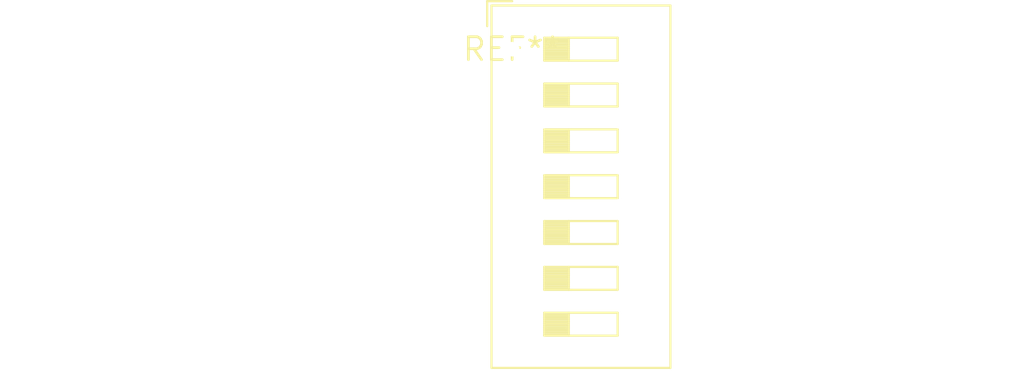
<source format=kicad_pcb>
(kicad_pcb (version 20240108) (generator pcbnew)
  (layers (0 "F.Cu" signal) (31 "B.Cu" signal) (34 "B.Paste" user) (35 "F.Paste" user) (36 "B.SilkS" user "B.Silkscreen") (37 "F.SilkS" user "F.Silkscreen") (38 "B.Mask" user) (39 "F.Mask" user) (44 "Edge.Cuts" user))
  (net 0 "")
  (footprint "SW_DIP_SPSTx07_Slide_9.78x19.96mm_W7.62mm_P2.54mm" (layer "F.Cu") (at 0 0)
    (property "Reference" "REF**")
    (property "Value" "SW_DIP_SPSTx07_Slide_9.78x19.96mm_W7.62mm_P2.54mm")
    (fp_line (start -1.38 -2.66) (end -1.38 -1.277) (layer "F.SilkS") (stroke (width 0.12)))
    (fp_line (start -1.38 -2.66) (end 0.004 -2.66) (layer "F.SilkS") (stroke (width 0.12)))
    (fp_line (start -1.14 -2.42) (end -1.14 17.661) (layer "F.SilkS") (stroke (width 0.12)))
    (fp_line (start -1.14 -2.42) (end 8.76 -2.42) (layer "F.SilkS") (stroke (width 0.12)))
    (fp_line (start -1.14 17.661) (end 8.76 17.661) (layer "F.SilkS") (stroke (width 0.12)))
    (fp_line (start 1.78 -0.635) (end 1.78 0.635) (layer "F.SilkS") (stroke (width 0.12)))
    (fp_line (start 1.78 -0.515) (end 3.133333 -0.515) (layer "F.SilkS") (stroke (width 0.12)))
    (fp_line (start 1.78 -0.395) (end 3.133333 -0.395) (layer "F.SilkS") (stroke (width 0.12)))
    (fp_line (start 1.78 -0.275) (end 3.133333 -0.275) (layer "F.SilkS") (stroke (width 0.12)))
    (fp_line (start 1.78 -0.155) (end 3.133333 -0.155) (layer "F.SilkS") (stroke (width 0.12)))
    (fp_line (start 1.78 -0.035) (end 3.133333 -0.035) (layer "F.SilkS") (stroke (width 0.12)))
    (fp_line (start 1.78 0.085) (end 3.133333 0.085) (layer "F.SilkS") (stroke (width 0.12)))
    (fp_line (start 1.78 0.205) (end 3.133333 0.205) (layer "F.SilkS") (stroke (width 0.12)))
    (fp_line (start 1.78 0.325) (end 3.133333 0.325) (layer "F.SilkS") (stroke (width 0.12)))
    (fp_line (start 1.78 0.445) (end 3.133333 0.445) (layer "F.SilkS") (stroke (width 0.12)))
    (fp_line (start 1.78 0.565) (end 3.133333 0.565) (layer "F.SilkS") (stroke (width 0.12)))
    (fp_line (start 1.78 0.635) (end 5.84 0.635) (layer "F.SilkS") (stroke (width 0.12)))
    (fp_line (start 1.78 1.905) (end 1.78 3.175) (layer "F.SilkS") (stroke (width 0.12)))
    (fp_line (start 1.78 2.025) (end 3.133333 2.025) (layer "F.SilkS") (stroke (width 0.12)))
    (fp_line (start 1.78 2.145) (end 3.133333 2.145) (layer "F.SilkS") (stroke (width 0.12)))
    (fp_line (start 1.78 2.265) (end 3.133333 2.265) (layer "F.SilkS") (stroke (width 0.12)))
    (fp_line (start 1.78 2.385) (end 3.133333 2.385) (layer "F.SilkS") (stroke (width 0.12)))
    (fp_line (start 1.78 2.505) (end 3.133333 2.505) (layer "F.SilkS") (stroke (width 0.12)))
    (fp_line (start 1.78 2.625) (end 3.133333 2.625) (layer "F.SilkS") (stroke (width 0.12)))
    (fp_line (start 1.78 2.745) (end 3.133333 2.745) (layer "F.SilkS") (stroke (width 0.12)))
    (fp_line (start 1.78 2.865) (end 3.133333 2.865) (layer "F.SilkS") (stroke (width 0.12)))
    (fp_line (start 1.78 2.985) (end 3.133333 2.985) (layer "F.SilkS") (stroke (width 0.12)))
    (fp_line (start 1.78 3.105) (end 3.133333 3.105) (layer "F.SilkS") (stroke (width 0.12)))
    (fp_line (start 1.78 3.175) (end 5.84 3.175) (layer "F.SilkS") (stroke (width 0.12)))
    (fp_line (start 1.78 4.445) (end 1.78 5.715) (layer "F.SilkS") (stroke (width 0.12)))
    (fp_line (start 1.78 4.565) (end 3.133333 4.565) (layer "F.SilkS") (stroke (width 0.12)))
    (fp_line (start 1.78 4.685) (end 3.133333 4.685) (layer "F.SilkS") (stroke (width 0.12)))
    (fp_line (start 1.78 4.805) (end 3.133333 4.805) (layer "F.SilkS") (stroke (width 0.12)))
    (fp_line (start 1.78 4.925) (end 3.133333 4.925) (layer "F.SilkS") (stroke (width 0.12)))
    (fp_line (start 1.78 5.045) (end 3.133333 5.045) (layer "F.SilkS") (stroke (width 0.12)))
    (fp_line (start 1.78 5.165) (end 3.133333 5.165) (layer "F.SilkS") (stroke (width 0.12)))
    (fp_line (start 1.78 5.285) (end 3.133333 5.285) (layer "F.SilkS") (stroke (width 0.12)))
    (fp_line (start 1.78 5.405) (end 3.133333 5.405) (layer "F.SilkS") (stroke (width 0.12)))
    (fp_line (start 1.78 5.525) (end 3.133333 5.525) (layer "F.SilkS") (stroke (width 0.12)))
    (fp_line (start 1.78 5.645) (end 3.133333 5.645) (layer "F.SilkS") (stroke (width 0.12)))
    (fp_line (start 1.78 5.715) (end 5.84 5.715) (layer "F.SilkS") (stroke (width 0.12)))
    (fp_line (start 1.78 6.985) (end 1.78 8.255) (layer "F.SilkS") (stroke (width 0.12)))
    (fp_line (start 1.78 7.105) (end 3.133333 7.105) (layer "F.SilkS") (stroke (width 0.12)))
    (fp_line (start 1.78 7.225) (end 3.133333 7.225) (layer "F.SilkS") (stroke (width 0.12)))
    (fp_line (start 1.78 7.345) (end 3.133333 7.345) (layer "F.SilkS") (stroke (width 0.12)))
    (fp_line (start 1.78 7.465) (end 3.133333 7.465) (layer "F.SilkS") (stroke (width 0.12)))
    (fp_line (start 1.78 7.585) (end 3.133333 7.585) (layer "F.SilkS") (stroke (width 0.12)))
    (fp_line (start 1.78 7.705) (end 3.133333 7.705) (layer "F.SilkS") (stroke (width 0.12)))
    (fp_line (start 1.78 7.825) (end 3.133333 7.825) (layer "F.SilkS") (stroke (width 0.12)))
    (fp_line (start 1.78 7.945) (end 3.133333 7.945) (layer "F.SilkS") (stroke (width 0.12)))
    (fp_line (start 1.78 8.065) (end 3.133333 8.065) (layer "F.SilkS") (stroke (width 0.12)))
    (fp_line (start 1.78 8.185) (end 3.133333 8.185) (layer "F.SilkS") (stroke (width 0.12)))
    (fp_line (start 1.78 8.255) (end 5.84 8.255) (layer "F.SilkS") (stroke (width 0.12)))
    (fp_line (start 1.78 9.525) (end 1.78 10.795) (layer "F.SilkS") (stroke (width 0.12)))
    (fp_line (start 1.78 9.645) (end 3.133333 9.645) (layer "F.SilkS") (stroke (width 0.12)))
    (fp_line (start 1.78 9.765) (end 3.133333 9.765) (layer "F.SilkS") (stroke (width 0.12)))
    (fp_line (start 1.78 9.885) (end 3.133333 9.885) (layer "F.SilkS") (stroke (width 0.12)))
    (fp_line (start 1.78 10.005) (end 3.133333 10.005) (layer "F.SilkS") (stroke (width 0.12)))
    (fp_line (start 1.78 10.125) (end 3.133333 10.125) (layer "F.SilkS") (stroke (width 0.12)))
    (fp_line (start 1.78 10.245) (end 3.133333 10.245) (layer "F.SilkS") (stroke (width 0.12)))
    (fp_line (start 1.78 10.365) (end 3.133333 10.365) (layer "F.SilkS") (stroke (width 0.12)))
    (fp_line (start 1.78 10.485) (end 3.133333 10.485) (layer "F.SilkS") (stroke (width 0.12)))
    (fp_line (start 1.78 10.605) (end 3.133333 10.605) (layer "F.SilkS") (stroke (width 0.12)))
    (fp_line (start 1.78 10.725) (end 3.133333 10.725) (layer "F.SilkS") (stroke (width 0.12)))
    (fp_line (start 1.78 10.795) (end 5.84 10.795) (layer "F.SilkS") (stroke (width 0.12)))
    (fp_line (start 1.78 12.065) (end 1.78 13.335) (layer "F.SilkS") (stroke (width 0.12)))
    (fp_line (start 1.78 12.185) (end 3.133333 12.185) (layer "F.SilkS") (stroke (width 0.12)))
    (fp_line (start 1.78 12.305) (end 3.133333 12.305) (layer "F.SilkS") (stroke (width 0.12)))
    (fp_line (start 1.78 12.425) (end 3.133333 12.425) (layer "F.SilkS") (stroke (width 0.12)))
    (fp_line (start 1.78 12.545) (end 3.133333 12.545) (layer "F.SilkS") (stroke (width 0.12)))
    (fp_line (start 1.78 12.665) (end 3.133333 12.665) (layer "F.SilkS") (stroke (width 0.12)))
    (fp_line (start 1.78 12.785) (end 3.133333 12.785) (layer "F.SilkS") (stroke (width 0.12)))
    (fp_line (start 1.78 12.905) (end 3.133333 12.905) (layer "F.SilkS") (stroke (width 0.12)))
    (fp_line (start 1.78 13.025) (end 3.133333 13.025) (layer "F.SilkS") (stroke (width 0.12)))
    (fp_line (start 1.78 13.145) (end 3.133333 13.145) (layer "F.SilkS") (stroke (width 0.12)))
    (fp_line (start 1.78 13.265) (end 3.133333 13.265) (layer "F.SilkS") (stroke (width 0.12)))
    (fp_line (start 1.78 13.335) (end 5.84 13.335) (layer "F.SilkS") (stroke (width 0.12)))
    (fp_line (start 1.78 14.605) (end 1.78 15.875) (layer "F.SilkS") (stroke (width 0.12)))
    (fp_line (start 1.78 14.725) (end 3.133333 14.725) (layer "F.SilkS") (stroke (width 0.12)))
    (fp_line (start 1.78 14.845) (end 3.133333 14.845) (layer "F.SilkS") (stroke (width 0.12)))
    (fp_line (start 1.78 14.965) (end 3.133333 14.965) (layer "F.SilkS") (stroke (width 0.12)))
    (fp_line (start 1.78 15.085) (end 3.133333 15.085) (layer "F.SilkS") (stroke (width 0.12)))
    (fp_line (start 1.78 15.205) (end 3.133333 15.205) (layer "F.SilkS") (stroke (width 0.12)))
    (fp_line (start 1.78 15.325) (end 3.133333 15.325) (layer "F.SilkS") (stroke (width 0.12)))
    (fp_line (start 1.78 15.445) (end 3.133333 15.445) (layer "F.SilkS") (stroke (width 0.12)))
    (fp_line (start 1.78 15.565) (end 3.133333 15.565) (layer "F.SilkS") (stroke (width 0.12)))
    (fp_line (start 1.78 15.685) (end 3.133333 15.685) (layer "F.SilkS") (stroke (width 0.12)))
    (fp_line (start 1.78 15.805) (end 3.133333 15.805) (layer "F.SilkS") (stroke (width 0.12)))
    (fp_line (start 1.78 15.875) (end 5.84 15.875) (layer "F.SilkS") (stroke (width 0.12)))
    (fp_line (start 3.133333 -0.635) (end 3.133333 0.635) (layer "F.SilkS") (stroke (width 0.12)))
    (fp_line (start 3.133333 1.905) (end 3.133333 3.175) (layer "F.SilkS") (stroke (width 0.12)))
    (fp_line (start 3.133333 4.445) (end 3.133333 5.715) (layer "F.SilkS") (stroke (width 0.12)))
    (fp_line (start 3.133333 6.985) (end 3.133333 8.255) (layer "F.SilkS") (stroke (width 0.12)))
    (fp_line (start 3.133333 9.525) (end 3.133333 10.795) (layer "F.SilkS") (stroke (width 0.12)))
    (fp_line (start 3.133333 12.065) (end 3.133333 13.335) (layer "F.SilkS") (stroke (width 0.12)))
    (fp_line (start 3.133333 14.605) (end 3.133333 15.875) (layer "F.SilkS") (stroke (width 0.12)))
    (fp_line (start 5.84 -0.635) (end 1.78 -0.635) (layer "F.SilkS") (stroke (width 0.12)))
    (fp_line (start 5.84 0.635) (end 5.84 -0.635) (layer "F.SilkS") (stroke (width 0.12)))
    (fp_line (start 5.84 1.905) (end 1.78 1.905) (layer "F.SilkS") (stroke (width 0.12)))
    (fp_line (start 5.84 3.175) (end 5.84 1.905) (layer "F.SilkS") (stroke (width 0.12)))
    (fp_line (start 5.84 4.445) (end 1.78 4.445) (layer "F.SilkS") (stroke (width 0.12)))
    (fp_line (start 5.84 5.715) (end 5.84 4.445) (layer "F.SilkS") (stroke (width 0.12)))
    (fp_line (start 5.84 6.985) (end 1.78 6.985) (layer "F.SilkS") (stroke (width 0.12)))
    (fp_line (start 5.84 8.255) (end 5.84 6.985) (layer "F.SilkS") (stroke (width 0.12)))
    (fp_line (start 5.84 9.525) (end 1.78 9.525) (layer "F.SilkS") (stroke (width 0.12)))
    (fp_line (start 5.84 10.795) (end 5.84 9.525) (layer "F.SilkS") (stroke (width 0.12)))
    (fp_line (start 5.84 12.065) (end 1.78 12.065) (layer "F.SilkS") (stroke (width 0.12)))
    (fp_line (start 5.84 13.335) (end 5.84 12.065) (layer "F.SilkS") (stroke (width 0.12)))
    (fp_line (start 5.84 14.605) (end 1.78 14.605) (layer "F.SilkS") (stroke (width 0.12)))
    (fp_line (start 5.84 15.875) (end 5.84 14.605) (layer "F.SilkS") (stroke (width 0.12)))
    (fp_line (start 8.76 -2.42) (end 8.76 17.661) (layer "F.SilkS") (stroke (width 0.12)))
    (pad "1" thru_hole rect (at 0 0) (size 1.6 1.6) (drill 0.8) (layers *.Cu *.Mask) (remove_unused_layers))
    (pad "2" thru_hole oval (at 0 2.54) (size 1.6 1.6) (drill 0.8) (layers *.Cu *.Mask) (remove_unused_layers))
    (pad "3" thru_hole oval (at 0 5.08) (size 1.6 1.6) (drill 0.8) (layers *.Cu *.Mask) (remove_unused_layers))
    (pad "4" thru_hole oval (at 0 7.62) (size 1.6 1.6) (drill 0.8) (layers *.Cu *.Mask) (remove_unused_layers))
    (pad "5" thru_hole oval (at 0 10.16) (size 1.6 1.6) (drill 0.8) (layers *.Cu *.Mask) (remove_unused_layers))
    (pad "6" thru_hole oval (at 0 12.7) (size 1.6 1.6) (drill 0.8) (layers *.Cu *.Mask) (remove_unused_layers))
    (pad "7" thru_hole oval (at 0 15.24) (size 1.6 1.6) (drill 0.8) (layers *.Cu *.Mask) (remove_unused_layers))
    (pad "8" thru_hole oval (at 7.62 15.24) (size 1.6 1.6) (drill 0.8) (layers *.Cu *.Mask) (remove_unused_layers))
    (pad "9" thru_hole oval (at 7.62 12.7) (size 1.6 1.6) (drill 0.8) (layers *.Cu *.Mask) (remove_unused_layers))
    (pad "10" thru_hole oval (at 7.62 10.16) (size 1.6 1.6) (drill 0.8) (layers *.Cu *.Mask) (remove_unused_layers))
    (pad "11" thru_hole oval (at 7.62 7.62) (size 1.6 1.6) (drill 0.8) (layers *.Cu *.Mask) (remove_unused_layers))
    (pad "12" thru_hole oval (at 7.62 5.08) (size 1.6 1.6) (drill 0.8) (layers *.Cu *.Mask) (remove_unused_layers))
    (pad "13" thru_hole oval (at 7.62 2.54) (size 1.6 1.6) (drill 0.8) (layers *.Cu *.Mask) (remove_unused_layers))
    (pad "14" thru_hole oval (at 7.62 0) (size 1.6 1.6) (drill 0.8) (layers *.Cu *.Mask) (remove_unused_layers))
  )
)
</source>
